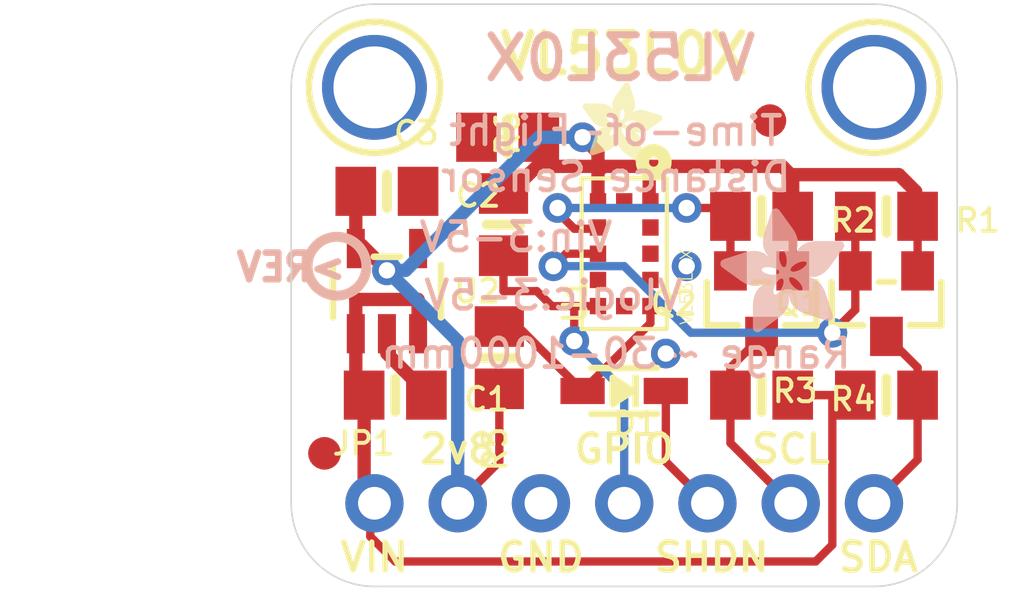
<source format=kicad_pcb>
(kicad_pcb (version 20211014) (generator pcbnew)
  (layers (0 "F.Cu" signal) (31 "B.Cu" signal) (34 "B.Paste" user) (35 "F.Paste" user) (36 "B.SilkS" user "B.Silkscreen") (37 "F.SilkS" user "F.Silkscreen") (38 "B.Mask" user) (39 "F.Mask" user) (44 "Edge.Cuts" user))
  (net 0 "")
  (net 1 "SDA_2.8V")
  (net 2 "SCL_2.8V")
  (net 3 "SDA")
  (net 4 "SCL")
  (net 5 "GND")
  (net 6 "VIN")
  (net 7 "GPIO")
  (net 8 "XSHUT")
  (net 9 "XSHUT_2.8V")
  (net 10 "2.8V")
  (footprint "boardEagle:0805-NO" (layer "F.Cu") (at 141.5161 108.0516)
    (fp_text reference "C1" (at 2.032 0.127) (layer "F.SilkS") (effects (font (size 0.692831 0.692831) (thickness 0.119969)) (justify left)))
    (fp_text value "10µF")
    (pad "1" smd rect (at -0.95 0) (size 1.24 1.5) (layers "F.Cu" "F.Paste" "F.Mask") (net 6 "VIN"))
    (pad "2" smd rect (at 0.95 0) (size 1.24 1.5) (layers "F.Cu" "F.Paste" "F.Mask") (net 5 "GND"))
  )
  (footprint "boardEagle:SOD-323" (layer "F.Cu") (at 148.5011 107.9246 180)
    (fp_text reference "D1" (at -1.1 -1) (layer "F.SilkS") (effects (font (size 0.692831 0.692831) (thickness 0.119969)) (justify right)))
    (fp_text value "1N4148")
    (pad "A" smd rect (at 1.27 0 180) (size 1.35 0.8) (layers "F.Cu" "F.Paste" "F.Mask") (net 9 "XSHUT_2.8V"))
    (pad "C" smd rect (at -1.27 0 180) (size 1.35 0.8) (layers "F.Cu" "F.Paste" "F.Mask") (net 8 "XSHUT"))
  )
  (footprint "boardEagle:SOT23-5" (layer "F.Cu") (at 141.2621 104.8766)
    (fp_text reference "U2" (at 1.978 0) (layer "F.SilkS") (effects (font (size 0.692831 0.692831) (thickness 0.119969)) (justify left)))
    (fp_text value "MIC5225_2.8V")
    (pad "1" smd rect (at -0.95 1.3001) (size 0.55 1.2) (layers "F.Cu" "F.Paste" "F.Mask") (net 6 "VIN"))
    (pad "2" smd rect (at 0 1.3001) (size 0.55 1.2) (layers "F.Cu" "F.Paste" "F.Mask") (net 5 "GND"))
    (pad "3" smd rect (at 0.95 1.3001) (size 0.55 1.2) (layers "F.Cu" "F.Paste" "F.Mask") (net 6 "VIN"))
    (pad "4" smd rect (at 0.95 -1.3001) (size 0.55 1.2) (layers "F.Cu" "F.Paste" "F.Mask"))
    (pad "5" smd rect (at -0.95 -1.3001) (size 0.55 1.2) (layers "F.Cu" "F.Paste" "F.Mask") (net 10 "2.8V"))
  )
  (footprint "boardEagle:0805-NO" (layer "F.Cu") (at 152.6921 102.5906)
    (fp_text reference "R2" (at 2.032 0.127) (layer "F.SilkS") (effects (font (size 0.692831 0.692831) (thickness 0.119969)) (justify left)))
    (fp_text value "10K")
    (pad "1" smd rect (at -0.95 0) (size 1.24 1.5) (layers "F.Cu" "F.Paste" "F.Mask") (net 2 "SCL_2.8V"))
    (pad "2" smd rect (at 0.95 0) (size 1.24 1.5) (layers "F.Cu" "F.Paste" "F.Mask") (net 10 "2.8V"))
  )
  (footprint "boardEagle:FIDUCIAL_1MM" (layer "F.Cu") (at 152.9461 99.6696)
    (fp_text reference "FID2" hide)
    (fp_text value "FIDUCIAL\"\"" hide)
    (pad "1" smd roundrect (at 0 0) (size 1 1) (layers "F.Cu" "F.Mask") (roundrect_rratio 0.5))
  )
  (footprint "boardEagle:MOUNTINGHOLE_2.5_PLATED" (layer "F.Cu") (at 156.1211 98.6536)
    (fp_text reference "U$14" hide)
    (fp_text value "MOUNTINGHOLE2.5" hide)
    (pad "P$1" thru_hole circle (at 0 0) (size 3.2 3.2) (drill 2.5) (layers *.Cu *.Mask))
  )
  (footprint "boardEagle:FIDUCIAL_1MM" (layer "F.Cu") (at 139.3571 109.8296)
    (fp_text reference "FID3" hide)
    (fp_text value "FIDUCIAL\"\"" hide)
    (pad "1" smd roundrect (at 0 0) (size 1 1) (layers "F.Cu" "F.Mask") (roundrect_rratio 0.5))
  )
  (footprint "boardEagle:0805-NO" (layer "F.Cu") (at 144.6911 106.9086 -90)
    (fp_text reference "R5" (at 2.032 0.127 90) (layer "F.SilkS") (effects (font (size 0.692831 0.692831) (thickness 0.119969)) (justify right)))
    (fp_text value "10K")
    (pad "1" smd rect (at -0.95 0 270) (size 1.24 1.5) (layers "F.Cu" "F.Paste" "F.Mask") (net 9 "XSHUT_2.8V"))
    (pad "2" smd rect (at 0.95 0 270) (size 1.24 1.5) (layers "F.Cu" "F.Paste" "F.Mask") (net 10 "2.8V"))
  )
  (footprint "boardEagle:1X07_ROUND_70" (layer "F.Cu") (at 148.5011 111.3536)
    (fp_text reference "JP1" (at -8.9662 -1.8288) (layer "F.SilkS") (effects (font (size 0.692831 0.692831) (thickness 0.119969)) (justify left)))
    (fp_text value "")
    (pad "1" thru_hole circle (at -7.62 0 90) (size 1.778 1.778) (drill 1) (layers *.Cu *.Mask) (net 6 "VIN"))
    (pad "2" thru_hole circle (at -5.08 0 90) (size 1.778 1.778) (drill 1) (layers *.Cu *.Mask) (net 10 "2.8V"))
    (pad "3" thru_hole circle (at -2.54 0 90) (size 1.778 1.778) (drill 1) (layers *.Cu *.Mask) (net 5 "GND"))
    (pad "4" thru_hole circle (at 0 0 90) (size 1.778 1.778) (drill 1) (layers *.Cu *.Mask) (net 7 "GPIO"))
    (pad "5" thru_hole circle (at 2.54 0 90) (size 1.778 1.778) (drill 1) (layers *.Cu *.Mask) (net 8 "XSHUT"))
    (pad "6" thru_hole circle (at 5.08 0 90) (size 1.778 1.778) (drill 1) (layers *.Cu *.Mask) (net 4 "SCL"))
    (pad "7" thru_hole circle (at 7.62 0 90) (size 1.778 1.778) (drill 1) (layers *.Cu *.Mask) (net 3 "SDA"))
  )
  (footprint "boardEagle:0805-NO" (layer "F.Cu") (at 156.5021 108.0516 180)
    (fp_text reference "R3" (at 2.032 0.127) (layer "F.SilkS") (effects (font (size 0.692831 0.692831) (thickness 0.119969)) (justify right)))
    (fp_text value "10K")
    (pad "1" smd rect (at -0.95 0 180) (size 1.24 1.5) (layers "F.Cu" "F.Paste" "F.Mask") (net 3 "SDA"))
    (pad "2" smd rect (at 0.95 0 180) (size 1.24 1.5) (layers "F.Cu" "F.Paste" "F.Mask") (net 6 "VIN"))
  )
  (footprint "boardEagle:ADAFRUIT_2.5MM" (layer "F.Cu") (at 147.2311 100.9396)
    (fp_text reference "U$18" hide)
    (fp_text value "" hide)
  )
  (footprint "boardEagle:0805-NO" (layer "F.Cu") (at 144.9451 100.1776 180)
    (fp_text reference "C3" (at 2.032 0.127) (layer "F.SilkS") (effects (font (size 0.692831 0.692831) (thickness 0.119969)) (justify right)))
    (fp_text value "0.1uF")
    (pad "1" smd rect (at -0.95 0 180) (size 1.24 1.5) (layers "F.Cu" "F.Paste" "F.Mask") (net 10 "2.8V"))
    (pad "2" smd rect (at 0.95 0 180) (size 1.24 1.5) (layers "F.Cu" "F.Paste" "F.Mask") (net 5 "GND"))
  )
  (footprint "boardEagle:0805-NO" (layer "F.Cu") (at 152.6921 108.0516)
    (fp_text reference "R4" (at 2.032 0.127) (layer "F.SilkS") (effects (font (size 0.692831 0.692831) (thickness 0.119969)) (justify left)))
    (fp_text value "10K")
    (pad "1" smd rect (at -0.95 0) (size 1.24 1.5) (layers "F.Cu" "F.Paste" "F.Mask") (net 4 "SCL"))
    (pad "2" smd rect (at 0.95 0) (size 1.24 1.5) (layers "F.Cu" "F.Paste" "F.Mask") (net 6 "VIN"))
  )
  (footprint "boardEagle:SOT23-WIDE" (layer "F.Cu") (at 156.5021 105.2576 180)
    (fp_text reference "Q1" (at 1.905 0) (layer "F.SilkS") (effects (font (size 0.692831 0.692831) (thickness 0.119969)) (justify right)))
    (fp_text value "BSS138")
    (pad "1" smd rect (at -0.95 1 180) (size 1 1.2) (layers "F.Cu" "F.Paste" "F.Mask") (net 10 "2.8V"))
    (pad "2" smd rect (at 0.95 1 180) (size 1 1.2) (layers "F.Cu" "F.Paste" "F.Mask") (net 1 "SDA_2.8V"))
    (pad "3" smd rect (at 0 -1 180) (size 1 1.2) (layers "F.Cu" "F.Paste" "F.Mask") (net 3 "SDA"))
  )
  (footprint "boardEagle:LGA12_ST" (layer "F.Cu") (at 148.5011 103.7336 90)
    (fp_text reference "U1" (at -2.2 -1.5 90) (layer "F.SilkS") (effects (font (size 0.692831 0.692831) (thickness 0.119969)) (justify left)))
    (fp_text value "VL53L0X" (at -2.2 1.9 90) (layer "F.SilkS") (effects (font (size 0.369824 0.369824) (thickness 0.036576)) (justify left)))
    (pad "1" smd rect (at 1.6 0.8 90) (size 0.5 0.5) (layers "F.Cu" "F.Paste" "F.Mask") (net 10 "2.8V"))
    (pad "2" smd rect (at 0.8 0.8 90) (size 0.5 0.5) (layers "F.Cu" "F.Paste" "F.Mask") (net 5 "GND"))
    (pad "3" smd rect (at 0 0.8 90) (size 0.5 0.5) (layers "F.Cu" "F.Paste" "F.Mask") (net 5 "GND"))
    (pad "4" smd rect (at -0.8 0.8 90) (size 0.5 0.5) (layers "F.Cu" "F.Paste" "F.Mask") (net 5 "GND"))
    (pad "5" smd rect (at -1.6 0.8 90) (size 0.5 0.5) (layers "F.Cu" "F.Paste" "F.Mask") (net 9 "XSHUT_2.8V"))
    (pad "6" smd rect (at -1.6 0 90) (size 0.5 0.5) (layers "F.Cu" "F.Paste" "F.Mask") (net 5 "GND"))
    (pad "7" smd rect (at -1.6 -0.8 90) (size 0.5 0.5) (layers "F.Cu" "F.Paste" "F.Mask") (net 7 "GPIO"))
    (pad "8" smd rect (at -0.8 -0.8 90) (size 0.5 0.5) (layers "F.Cu" "F.Paste" "F.Mask"))
    (pad "9" smd rect (at 0 -0.8 90) (size 0.5 0.5) (layers "F.Cu" "F.Paste" "F.Mask") (net 1 "SDA_2.8V"))
    (pad "10" smd rect (at 0.8 -0.8 90) (size 0.5 0.5) (layers "F.Cu" "F.Paste" "F.Mask") (net 2 "SCL_2.8V"))
    (pad "11" smd rect (at 1.6 -0.8 90) (size 0.5 0.5) (layers "F.Cu" "F.Paste" "F.Mask") (net 10 "2.8V"))
    (pad "12" smd rect (at 1.6 0 90) (size 0.5 0.5) (layers "F.Cu" "F.Paste" "F.Mask") (net 5 "GND"))
  )
  (footprint "boardEagle:0805-NO" (layer "F.Cu") (at 144.8181 102.8446 90)
    (fp_text reference "R6" (at 2.032 0.127 90) (layer "F.SilkS") (effects (font (size 0.692831 0.692831) (thickness 0.119969)) (justify left)))
    (fp_text value "10K")
    (pad "1" smd rect (at -0.95 0 90) (size 1.24 1.5) (layers "F.Cu" "F.Paste" "F.Mask") (net 7 "GPIO"))
    (pad "2" smd rect (at 0.95 0 90) (size 1.24 1.5) (layers "F.Cu" "F.Paste" "F.Mask") (net 10 "2.8V"))
  )
  (footprint "boardEagle:MOUNTINGHOLE_2.5_PLATED" (layer "F.Cu") (at 140.8811 98.6536)
    (fp_text reference "U$13" hide)
    (fp_text value "MOUNTINGHOLE2.5" hide)
    (pad "P$1" thru_hole circle (at 0 0) (size 3.2 3.2) (drill 2.5) (layers *.Cu *.Mask))
  )
  (footprint "boardEagle:0805-NO" (layer "F.Cu") (at 156.5021 102.5906)
    (fp_text reference "R1" (at 2.032 0.127) (layer "F.SilkS") (effects (font (size 0.692831 0.692831) (thickness 0.119969)) (justify left)))
    (fp_text value "10K")
    (pad "1" smd rect (at -0.95 0) (size 1.24 1.5) (layers "F.Cu" "F.Paste" "F.Mask") (net 1 "SDA_2.8V"))
    (pad "2" smd rect (at 0.95 0) (size 1.24 1.5) (layers "F.Cu" "F.Paste" "F.Mask") (net 10 "2.8V"))
  )
  (footprint "boardEagle:0805-NO" (layer "F.Cu") (at 141.2621 101.8286)
    (fp_text reference "C2" (at 2.032 0.127) (layer "F.SilkS") (effects (font (size 0.692831 0.692831) (thickness 0.119969)) (justify left)))
    (fp_text value "10µF")
    (pad "1" smd rect (at -0.95 0) (size 1.24 1.5) (layers "F.Cu" "F.Paste" "F.Mask") (net 10 "2.8V"))
    (pad "2" smd rect (at 0.95 0) (size 1.24 1.5) (layers "F.Cu" "F.Paste" "F.Mask") (net 5 "GND"))
  )
  (footprint "boardEagle:SOT23-WIDE" (layer "F.Cu") (at 152.6921 105.2576 180)
    (fp_text reference "Q2" (at 1.905 0) (layer "F.SilkS") (effects (font (size 0.692831 0.692831) (thickness 0.119969)) (justify right)))
    (fp_text value "BSS138")
    (pad "1" smd rect (at -0.95 1 180) (size 1 1.2) (layers "F.Cu" "F.Paste" "F.Mask") (net 10 "2.8V"))
    (pad "2" smd rect (at 0.95 1 180) (size 1 1.2) (layers "F.Cu" "F.Paste" "F.Mask") (net 2 "SCL_2.8V"))
    (pad "3" smd rect (at 0 -1 180) (size 1 1.2) (layers "F.Cu" "F.Paste" "F.Mask") (net 4 "SCL"))
  )
  (footprint "boardEagle:PCBFEAT-REV-040" (layer "B.Cu") (at 139.7381 104.1146 180)
    (fp_text reference "U$12" hide)
    (fp_text value "" hide)
    (fp_text user ">REV" (at -0.3556 -0.508) (layer "B.SilkS") (effects (font (size 0.8128 0.8128) (thickness 0.2032)) (justify left bottom mirror)))
  )
  (footprint "boardEagle:ADAFRUIT_3.5MM" (layer "B.Cu") (at 155.2321 106.1466 180)
    (fp_text reference "U$15" hide)
    (fp_text value "" hide)
  )
  (gr_line (start 138.3411 111.3536) (end 138.3411 98.6536) (layer "Edge.Cuts") (width 0.05))
  (gr_arc (start 138.3411 98.6536) (mid 139.085049 96.857549) (end 140.8811 96.1136) (layer "Edge.Cuts") (width 0.05))
  (gr_arc (start 156.1211 96.1136) (mid 157.917151 96.857549) (end 158.6611 98.6536) (layer "Edge.Cuts") (width 0.05))
  (gr_arc (start 158.6611 111.3536) (mid 157.917151 113.149651) (end 156.1211 113.8936) (layer "Edge.Cuts") (width 0.05))
  (gr_line (start 156.1211 113.8936) (end 140.8811 113.8936) (layer "Edge.Cuts") (width 0.05))
  (gr_arc (start 140.8811 113.8936) (mid 139.085049 113.149651) (end 138.3411 111.3536) (layer "Edge.Cuts") (width 0.05))
  (gr_line (start 158.6611 98.6536) (end 158.6611 111.3536) (layer "Edge.Cuts") (width 0.05))
  (gr_line (start 140.8811 96.1136) (end 156.1211 96.1136) (layer "Edge.Cuts") (width 0.05))
  (gr_text "Range ~~30-1000mm" (at 148.2471 106.7816) (layer "B.SilkS") (effects (font (size 0.87376 0.87376) (thickness 0.14224)) (justify mirror)))
  (gr_text "Time-of-Flight\nDistance Sensor" (at 148.2471 100.6856) (layer "B.SilkS") (effects (font (size 0.87376 0.87376) (thickness 0.14224)) (justify mirror)))
  (gr_text "VL53L0X" (at 148.3741 97.7646) (layer "B.SilkS") (effects (font (size 1.31064 1.31064) (thickness 0.21336)) (justify mirror)))
  (gr_text "Vlogic:3-5V" (at 146.3421 105.0036) (layer "B.SilkS") (effects (font (size 0.87376 0.87376) (thickness 0.14224)) (justify mirror)))
  (gr_text "Vin:3-5V" (at 145.1991 103.2256) (layer "B.SilkS") (effects (font (size 0.87376 0.87376) (thickness 0.14224)) (justify mirror)))
  (gr_text "VL53L0X" (at 148.5011 97.6376) (layer "F.SilkS") (effects (font (size 1.194816 1.194816) (thickness 0.227584))))
  (gr_text "SCL" (at 153.5811 109.7026) (layer "F.SilkS") (effects (font (size 0.85344 0.85344) (thickness 0.16256))))
  (gr_text "GPIO" (at 148.5011 109.7026) (layer "F.SilkS") (effects (font (size 0.85344 0.85344) (thickness 0.16256))))
  (gr_text "SHDN" (at 151.1681 113.0046) (layer "F.SilkS") (effects (font (size 0.85344 0.85344) (thickness 0.16256))))
  (gr_text "SDA" (at 156.2481 113.0046) (layer "F.SilkS") (effects (font (size 0.85344 0.85344) (thickness 0.16256))))
  (gr_text "2v8" (at 143.4211 109.7026) (layer "F.SilkS") (effects (font (size 0.85344 0.85344) (thickness 0.16256))))
  (gr_text "GND" (at 145.9611 113.0046) (layer "F.SilkS") (effects (font (size 0.85344 0.85344) (thickness 0.16256))))
  (gr_text "VIN" (at 140.8811 113.0046) (layer "F.SilkS") (effects (font (size 0.85344 0.85344) (thickness 0.16256))))
  (segment (start 147.7011 103.7336) (end 146.7231 103.7336) (width 0.254) (layer "F.Cu") (net 1))
  (segment (start 155.5521 104.2576) (end 155.5521 102.5906) (width 0.254) (layer "F.Cu") (net 1))
  (segment (start 155.5521 105.4456) (end 155.5521 104.2576) (width 0.254) (layer "F.Cu") (net 1))
  (segment (start 146.7231 103.7336) (end 146.3421 104.1146) (width 0.254) (layer "F.Cu") (net 1))
  (segment (start 154.8511 106.1466) (end 155.5521 105.4456) (width 0.254) (layer "F.Cu") (net 1))
  (via (at 146.3421 104.1146) (size 0.9064) (drill 0.5) (layers "F.Cu" "B.Cu") (net 1))
  (via (at 154.8511 106.1466) (size 0.9064) (drill 0.5) (layers "F.Cu" "B.Cu") (net 1))
  (segment (start 146.3421 104.1146) (end 148.5011 104.1146) (width 0.254) (layer "B.Cu") (net 1))
  (segment (start 148.5011 104.1146) (end 150.5331 106.1466) (width 0.254) (layer "B.Cu") (net 1))
  (segment (start 150.5331 106.1466) (end 154.8511 106.1466) (width 0.254) (layer "B.Cu") (net 1))
  (segment (start 146.4691 102.4636) (end 146.4691 102.3366) (width 0.254) (layer "F.Cu") (net 2))
  (segment (start 151.3561 102.5246) (end 151.6761 102.5246) (width 0.254) (layer "F.Cu") (net 2))
  (segment (start 146.9771 102.9716) (end 146.4691 102.4636) (width 0.254) (layer "F.Cu") (net 2))
  (segment (start 151.6761 102.5246) (end 151.7421 102.5906) (width 0.254) (layer "F.Cu") (net 2))
  (segment (start 150.4061 102.3366) (end 151.1681 102.3366) (width 0.254) (layer "F.Cu") (net 2))
  (segment (start 151.7421 104.2576) (end 151.7421 102.5906) (width 0.254) (layer "F.Cu") (net 2))
  (segment (start 147.7011 102.9336) (end 147.6631 102.9716) (width 0.254) (layer "F.Cu") (net 2))
  (segment (start 147.6631 102.9716) (end 146.9771 102.9716) (width 0.254) (layer "F.Cu") (net 2))
  (segment (start 151.1681 102.3366) (end 151.3561 102.5246) (width 0.254) (layer "F.Cu") (net 2))
  (via (at 150.4061 102.3366) (size 0.9064) (drill 0.5) (layers "F.Cu" "B.Cu") (net 2))
  (via (at 146.4691 102.3366) (size 0.9064) (drill 0.5) (layers "F.Cu" "B.Cu") (net 2))
  (segment (start 146.4691 102.3366) (end 150.4061 102.3366) (width 0.254) (layer "B.Cu") (net 2))
  (segment (start 157.4521 110.0226) (end 157.4521 108.0516) (width 0.254) (layer "F.Cu") (net 3))
  (segment (start 156.1211 111.3536) (end 157.4521 110.0226) (width 0.254) (layer "F.Cu") (net 3))
  (segment (start 157.4521 108.0516) (end 157.4521 107.2076) (width 0.254) (layer "F.Cu") (net 3))
  (segment (start 157.4521 107.2076) (end 156.5021 106.2576) (width 0.254) (layer "F.Cu") (net 3))
  (segment (start 151.7421 108.0516) (end 151.7421 107.2076) (width 0.254) (layer "F.Cu") (net 4))
  (segment (start 153.5811 111.3536) (end 151.7421 109.5146) (width 0.254) (layer "F.Cu") (net 4))
  (segment (start 151.7421 109.5146) (end 151.7421 108.0516) (width 0.254) (layer "F.Cu") (net 4))
  (segment (start 151.7421 107.2076) (end 152.6921 106.2576) (width 0.254) (layer "F.Cu") (net 4))
  (segment (start 142.2781 108.0516) (end 142.2781 107.7976) (width 0.4064) (layer "F.Cu") (net 5))
  (segment (start 141.2621 106.7816) (end 142.2781 107.7976) (width 0.4064) (layer "F.Cu") (net 5))
  (segment (start 142.4661 108.0516) (end 142.2781 108.0516) (width 0.4064) (layer "F.Cu") (net 5))
  (segment (start 142.2781 107.7976) (end 142.5321 108.0516) (width 0.4064) (layer "F.Cu") (net 5))
  (segment (start 141.2621 106.1767) (end 141.2621 106.7816) (width 0.4064) (layer "F.Cu") (net 5))
  (via (at 150.4061 104.1146) (size 0.9064) (drill 0.5) (layers "F.Cu" "B.Cu") (net 5))
  (via (at 149.7711 106.7816) (size 0.9064) (drill 0.5) (layers "F.Cu" "B.Cu") (net 5))
  (segment (start 140.7541 112.3696) (end 140.7541 111.4806) (width 0.254) (layer "F.Cu") (net 6))
  (segment (start 140.3121 105.1306) (end 142.2121 105.1306) (width 0.4064) (layer "F.Cu") (net 6))
  (segment (start 140.5661 111.0386) (end 140.5661 108.0516) (width 0.4064) (layer "F.Cu") (net 6))
  (segment (start 140.3121 107.7976) (end 140.3121 106.1767) (width 0.4064) (layer "F.Cu") (net 6))
  (segment (start 140.3121 106.1767) (end 140.3121 105.1306) (width 0.4064) (layer "F.Cu") (net 6))
  (segment (start 153.6421 108.0516) (end 154.8511 108.0516) (width 0.254) (layer "F.Cu") (net 6))
  (segment (start 140.7541 111.4806) (end 140.8811 111.3536) (width 0.254) (layer "F.Cu") (net 6))
  (segment (start 154.8511 112.6236) (end 154.3431 113.1316) (width 0.254) (layer "F.Cu") (net 6))
  (segment (start 141.5161 113.1316) (end 140.7541 112.3696) (width 0.254) (layer "F.Cu") (net 6))
  (segment (start 154.8511 108.0516) (end 154.8511 112.6236) (width 0.254) (layer "F.Cu") (net 6))
  (segment (start 140.8811 111.3536) (end 140.5661 111.0386) (width 0.4064) (layer "F.Cu") (net 6))
  (segment (start 154.3431 113.1316) (end 141.5161 113.1316) (width 0.254) (layer "F.Cu") (net 6))
  (segment (start 140.5661 108.0516) (end 140.3121 107.7976) (width 0.4064) (layer "F.Cu") (net 6))
  (segment (start 153.6421 108.0516) (end 155.5521 108.0516) (width 0.254) (layer "F.Cu") (net 6))
  (segment (start 142.2121 105.1306) (end 142.2121 106.1767) (width 0.4064) (layer "F.Cu") (net 6))
  (segment (start 146.2911 105.3336) (end 145.8341 104.8766) (width 0.254) (layer "F.Cu") (net 7))
  (segment (start 147.7011 105.3336) (end 146.9771 105.3336) (width 0.254) (layer "F.Cu") (net 7))
  (segment (start 146.9771 105.3336) (end 146.2911 105.3336) (width 0.254) (layer "F.Cu") (net 7))
  (segment (start 145.8341 104.8766) (end 144.8181 104.8766) (width 0.254) (layer "F.Cu") (net 7))
  (segment (start 144.8181 104.8766) (end 144.8181 103.7946) (width 0.254) (layer "F.Cu") (net 7))
  (segment (start 146.9771 106.4006) (end 146.9771 105.3336) (width 0.254) (layer "F.Cu") (net 7))
  (via (at 146.9771 106.4006) (size 0.9064) (drill 0.5) (layers "F.Cu" "B.Cu") (net 7))
  (segment (start 148.5011 107.9246) (end 146.9771 106.4006) (width 0.254) (layer "B.Cu") (net 7))
  (segment (start 148.5011 111.3536) (end 148.5011 107.9246) (width 0.254) (layer "B.Cu") (net 7))
  (segment (start 149.7711 107.9246) (end 149.7711 110.0836) (width 0.254) (layer "F.Cu") (net 8))
  (segment (start 149.7711 110.0836) (end 151.0411 111.3536) (width 0.254) (layer "F.Cu") (net 8))
  (segment (start 149.3011 105.8546) (end 149.3011 105.3336) (width 0.254) (layer "F.Cu") (net 9))
  (segment (start 145.2651 105.9586) (end 144.6911 105.9586) (width 0.254) (layer "F.Cu") (net 9))
  (segment (start 147.2311 107.9246) (end 145.2651 105.9586) (width 0.254) (layer "F.Cu") (net 9))
  (segment (start 147.2311 107.9246) (end 149.3011 105.8546) (width 0.254) (layer "F.Cu") (net 9))
  (segment (start 149.1361 101.0666) (end 149.2631 101.1936) (width 0.4064) (layer "F.Cu") (net 10))
  (segment (start 147.7011 100.6476) (end 147.7011 101.2316) (width 0.4064) (layer "F.Cu") (net 10))
  (segment (start 145.8951 100.1776) (end 145.8951 101.0056) (width 0.4064) (layer "F.Cu") (net 10))
  (segment (start 153.6421 101.3816) (end 153.6421 102.5906) (width 0.4064) (layer "F.Cu") (net 10))
  (segment (start 157.3911 101.8286) (end 157.3911 102.5296) (width 0.4064) (layer "F.Cu") (net 10))
  (segment (start 153.5811 101.3206) (end 156.8831 101.3206) (width 0.4064) (layer "F.Cu") (net 10))
  (segment (start 140.258359 103.4796) (end 140.5001 103.4796) (width 0.4064) (layer "F.Cu") (net 10))
  (segment (start 157.3911 102.5296) (end 157.4521 102.5906) (width 0.4064) (layer "F.Cu") (net 10))
  (segment (start 145.9561 101.0666) (end 145.8951 101.0056) (width 0.4064) (layer "F.Cu") (net 10))
  (segment (start 140.3121 103.42586) (end 140.258359 103.4796) (width 0.4064) (layer "F.Cu") (net 10))
  (segment (start 144.6911 110.0836) (end 144.6911 107.8586) (width 0.254) (layer "F.Cu") (net 10))
  (segment (start 144.8791 101.9556) (end 144.8181 101.8946) (width 0.4064) (layer "F.Cu") (net 10))
  (segment (start 147.7011 102.1336) (end 147.7011 101.2316) (width 0.4064) (layer "F.Cu") (net 10))
  (segment (start 140.3121 103.42586) (end 140.3121 101.8286) (width 0.4064) (layer "F.Cu") (net 10))
  (segment (start 145.8951 101.0056) (end 144.9451 101.9556) (width 0.4064) (layer "F.Cu") (net 10))
  (segment (start 147.8661 101.0666) (end 145.9561 101.0666) (width 0.4064) (layer "F.Cu") (net 10))
  (segment (start 153.6421 104.2576) (end 153.6421 102.5906) (width 0.254) (layer "F.Cu") (net 10))
  (segment (start 140.3121 103.5765) (end 140.3121 103.42586) (width 0.4064) (layer "F.Cu") (net 10))
  (segment (start 143.4211 111.3536) (end 144.6911 110.0836) (width 0.254) (layer "F.Cu") (net 10))
  (segment (start 156.8831 101.3206) (end 157.3911 101.8286) (width 0.4064) (layer "F.Cu") (net 10))
  (segment (start 149.1361 101.0666) (end 153.3271 101.0666) (width 0.4064) (layer "F.Cu") (net 10))
  (segment (start 153.5811 101.3206) (end 153.6421 101.3816) (width 0.4064) (layer "F.Cu") (net 10))
  (segment (start 157.4521 104.2576) (end 157.4521 102.5906) (width 0.254) (layer "F.Cu") (net 10))
  (segment (start 149.2631 101.1936) (end 149.2631 102.0956) (width 0.4064) (layer "F.Cu") (net 10))
  (segment (start 153.3271 101.0666) (end 153.5811 101.3206) (width 0.4064) (layer "F.Cu") (net 10))
  (segment (start 149.2631 102.0956) (end 149.3011 102.1336) (width 0.4064) (layer "F.Cu") (net 10))
  (segment (start 147.8661 101.0666) (end 149.1361 101.0666) (width 0.4064) (layer "F.Cu") (net 10))
  (segment (start 144.9451 101.9556) (end 144.8791 101.9556) (width 0.4064) (layer "F.Cu") (net 10))
  (segment (start 147.2311 100.1776) (end 147.7011 100.6476) (width 0.4064) (layer "F.Cu") (net 10))
  (segment (start 147.7011 101.2316) (end 147.8661 101.0666) (width 0.4064) (layer "F.Cu") (net 10))
  (segment (start 140.5001 103.4796) (end 141.2621 104.2416) (width 0.4064) (layer "F.Cu") (net 10))
  (via (at 141.2621 104.2416) (size 0.9064) (drill 0.5) (layers "F.Cu" "B.Cu") (net 10))
  (via (at 147.2311 100.1776) (size 0.9064) (drill 0.5) (layers "F.Cu" "B.Cu") (net 10))
  (segment (start 141.2621 104.2416) (end 143.4211 106.4006) (width 0.4064) (layer "B.Cu") (net 10))
  (segment (start 143.4211 106.4006) (end 143.4211 111.3536) (width 0.4064) (layer "B.Cu") (net 10))
  (segment (start 141.2621 104.2416) (end 141.8311 104.2416) (width 0.4064) (layer "B.Cu") (net 10))
  (segment (start 145.8951 100.1776) (end 147.2311 100.1776) (width 0.4064) (layer "B.Cu") (net 10))
  (segment (start 141.8311 104.2416) (end 145.8951 100.1776) (width 0.4064) (layer "B.Cu") (net 10))
)
</source>
